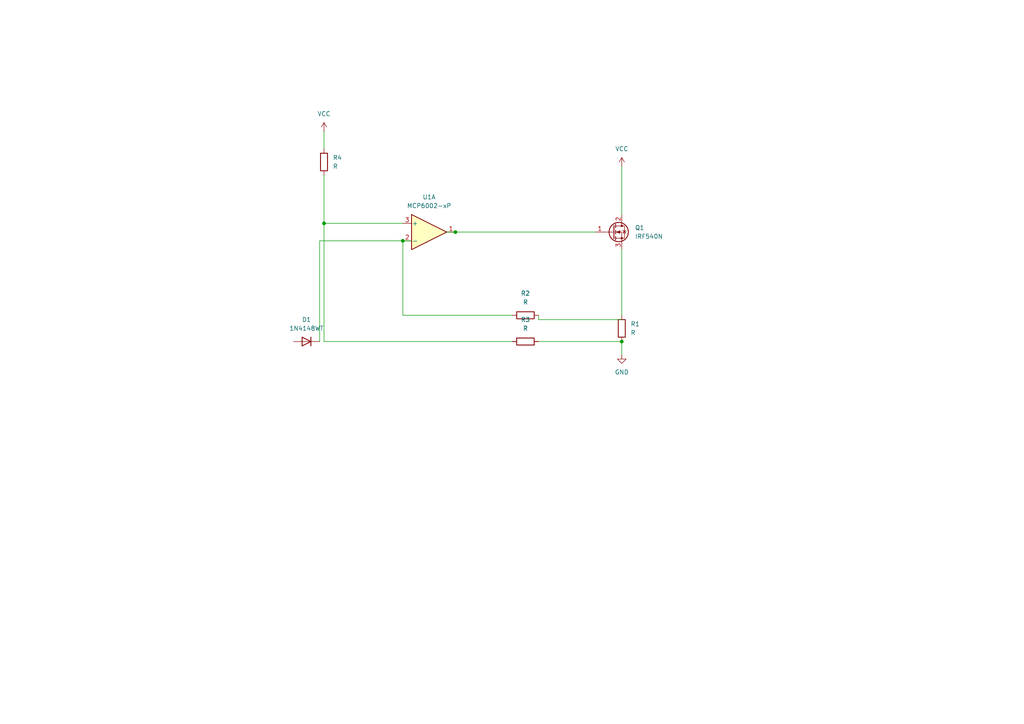
<source format=kicad_sch>
(kicad_sch (version 20231120) (generator "eeschema") (generator_version "8.0")
  (paper "A4")
  (title_block (title "spændingsdeler") (rev "ver0"))
  (lib_symbols
    (symbol "Amplifier_Operational:MCP6002-xP" (pin_names (offset 0.127))
      (property "Reference" "U" (at 0 5.08 0))
      (property "Value" "MCP6002-xP" (at 0 -5.08 0))
      (symbol "MCP6002-xP_1_1"
        (polyline (pts (xy -5.08 5.08) (xy 5.08 0) (xy -5.08 -5.08) (xy -5.08 5.08)) (stroke (width 0.254)) (fill (type background)))
        (pin output line (at 7.62 0 180) (length 2.54) (name "~") (number "1"))
        (pin input line (at -7.62 -2.54 0) (length 2.54) (name "-") (number "2"))
        (pin input line (at -7.62 2.54 0) (length 2.54) (name "+") (number "3"))
      )
      (symbol "MCP6002-xP_2_1"
        (polyline (pts (xy -5.08 5.08) (xy 5.08 0) (xy -5.08 -5.08) (xy -5.08 5.08)) (stroke (width 0.254)) (fill (type background)))
        (pin input line (at -7.62 2.54 0) (length 2.54) (name "+") (number "5"))
        (pin input line (at -7.62 -2.54 0) (length 2.54) (name "-") (number "6"))
        (pin output line (at 7.62 0 180) (length 2.54) (name "~") (number "7"))
      )
      (symbol "MCP6002-xP_3_1"
        (pin power_in line (at -2.54 -7.62 90) (length 3.81) (name "V-") (number "4"))
        (pin power_in line (at -2.54 7.62 270) (length 3.81) (name "V+") (number "8"))
      )
    )
    (symbol "Device:R" (pin_numbers hide) (pin_names (offset 0))
      (property "Reference" "R" (at 2.032 0 90))
      (property "Value" "R" (at 0 0 90))
      (symbol "R_0_1"
        (rectangle (start -1.016 -2.54) (end 1.016 2.54) (stroke (width 0.254)))
      )
      (symbol "R_1_1"
        (pin passive line (at 0 3.81 270) (length 1.27) (name "~") (number "1"))
        (pin passive line (at 0 -3.81 90) (length 1.27) (name "~") (number "2"))
      )
    )
    (symbol "Diode:1N4148WT" (pin_numbers hide) (pin_names hide)
      (property "Reference" "D" (at 0 2.54 0))
      (property "Value" "1N4148WT" (at 0 -2.54 0))
      (symbol "1N4148WT_0_1"
        (polyline (pts (xy -1.27 1.27) (xy -1.27 -1.27)) (stroke (width 0.254)))
        (polyline (pts (xy 1.27 0) (xy -1.27 0)))
        (polyline (pts (xy 1.27 1.27) (xy 1.27 -1.27) (xy -1.27 0) (xy 1.27 1.27)) (stroke (width 0.254)))
      )
      (symbol "1N4148WT_1_1"
        (pin passive line (at -3.81 0 0) (length 2.54) (name "K") (number "1"))
        (pin passive line (at 3.81 0 180) (length 2.54) (name "A") (number "2"))
      )
    )
    (symbol "Transistor_FET:IRF540N" (pin_names hide)
      (property "Reference" "Q" (at 5.08 1.905 0))
      (property "Value" "IRF540N" (at 5.08 0 0))
      (symbol "IRF540N_0_1"
        (polyline (pts (xy 0.254 0) (xy -2.54 0)))
        (polyline (pts (xy 0.254 1.905) (xy 0.254 -1.905)) (stroke (width 0.254)))
        (polyline (pts (xy 0.762 -1.27) (xy 0.762 -2.286)) (stroke (width 0.254)))
        (polyline (pts (xy 0.762 0.508) (xy 0.762 -0.508)) (stroke (width 0.254)))
        (polyline (pts (xy 0.762 2.286) (xy 0.762 1.27)) (stroke (width 0.254)))
        (polyline (pts (xy 2.54 2.54) (xy 2.54 1.778)))
        (polyline (pts (xy 2.54 -2.54) (xy 2.54 0) (xy 0.762 0)))
        (polyline (pts (xy 0.762 -1.778) (xy 3.302 -1.778) (xy 3.302 1.778) (xy 0.762 1.778)))
        (polyline (pts (xy 1.016 0) (xy 2.032 0.381) (xy 2.032 -0.381) (xy 1.016 0)) (fill (type outline)))
        (polyline (pts (xy 2.794 0.508) (xy 2.921 0.381) (xy 3.683 0.381) (xy 3.81 0.254)))
        (polyline (pts (xy 3.302 0.381) (xy 2.921 -0.254) (xy 3.683 -0.254) (xy 3.302 0.381)))
        (circle (center 1.651 0) (radius 2.794) (stroke (width 0.254)))
        (circle (center 2.54 -1.778) (radius 0.254) (fill (type outline)))
        (circle (center 2.54 1.778) (radius 0.254) (fill (type outline)))
      )
      (symbol "IRF540N_1_1"
        (pin input line (at -5.08 0 0) (length 2.54) (name "G") (number "1"))
        (pin passive line (at 2.54 5.08 270) (length 2.54) (name "D") (number "2"))
        (pin passive line (at 2.54 -5.08 90) (length 2.54) (name "S") (number "3"))
      )
    )
    (symbol "power:GND" (power) (pin_numbers hide) (pin_names (offset 0) hide)
      (property "Value" "GND" (at 0 -3.81 0))
      (symbol "GND_0_1"
        (polyline (pts (xy 0 0) (xy 0 -1.27) (xy 1.27 -1.27) (xy 0 -2.54) (xy -1.27 -1.27) (xy 0 -1.27)))
      )
      (symbol "GND_1_1"
        (pin power_in line (at 0 0 270) (length 0) (name "~") (number "1"))
      )
    )
    (symbol "power:VCC" (power) (pin_numbers hide) (pin_names (offset 0) hide)
      (property "Value" "VCC" (at 0 3.556 0))
      (symbol "VCC_0_1"
        (polyline (pts (xy -0.762 1.27) (xy 0 2.54)))
        (polyline (pts (xy 0 0) (xy 0 2.54)))
        (polyline (pts (xy 0 2.54) (xy 0.762 1.27)))
      )
      (symbol "VCC_1_1"
        (pin power_in line (at 0 0 90) (length 0) (name "~") (number "1"))
      )
    )
  )
  (junction (at 132.08 67.31))
  (junction (at 116.84 69.85))
  (junction (at 93.98 64.77))
  (junction (at 180.34 99.06))
  (wire (pts (xy 132.08 67.31) (xy 172.72 67.31)))
  (wire (pts (xy 93.98 99.06) (xy 93.98 64.77)))
  (wire (pts (xy 119.38 69.85) (xy 116.84 69.85)))
  (wire (pts (xy 156.21 99.06) (xy 180.34 99.06)))
  (wire (pts (xy 116.84 69.85) (xy 92.71 69.85)))
  (wire (pts (xy 148.59 99.06) (xy 93.98 99.06)))
  (wire (pts (xy 116.84 91.44) (xy 116.84 69.85)))
  (wire (pts (xy 148.59 91.44) (xy 116.84 91.44)))
  (wire (pts (xy 129.54 67.31) (xy 132.08 67.31)))
  (wire (pts (xy 93.98 64.77) (xy 116.84 64.77)))
  (wire (pts (xy 180.34 92.71) (xy 156.21 92.71)))
  (wire (pts (xy 93.98 64.77) (xy 93.98 50.8)))
  (wire (pts (xy 180.34 99.06) (xy 180.34 102.87)))
  (wire (pts (xy 180.34 72.39) (xy 180.34 91.44)))
  (wire (pts (xy 180.34 48.26) (xy 180.34 62.23)))
  (wire (pts (xy 93.98 38.1) (xy 93.98 43.18)))
  (wire (pts (xy 92.71 69.85) (xy 92.71 99.06)))
  (wire (pts (xy 156.21 92.71) (xy 156.21 91.44)))
  (symbol (lib_id "Device:R") (at 93.98 46.99 180) (unit 1)
    (property "Reference" "R4" (at 96.52 45.7199 0) (effects (justify right)))
    (property "Value" "R" (at 96.52 48.2599 0) (effects (justify right)))
    (property "Footprint" "Resistor_THT:R_Axial_DIN0207_L6.3mm_D2.5mm_P7.62mm_Horizontal" (effects (hide yes)))
    (property "Description" "Resistor" (effects (hide yes)))
  )
  (symbol (lib_id "power:VCC") (at 93.98 38.1 0) (unit 1)
    (property "Reference" "#PWR02" (effects (hide yes)))
    (property "Value" "VCC" (at 93.98 33.02 0))
    (property "Description" "Power symbol creates a global label with name \"VCC\"" (effects (hide yes)))
  )
  (symbol (lib_id "Amplifier_Operational:MCP6002-xP") (at 124.46 67.31 0) (unit 1)
    (property "Reference" "U1" (at 124.46 57.15 0))
    (property "Value" "MCP6002-xP" (at 124.46 59.69 0))
    (property "Footprint" "Package_DIP:CERDIP-8_W7.62mm_SideBrazed_Socket" (effects (hide yes)))
    (property "Datasheet" "http://ww1.microchip.com/downloads/en/DeviceDoc/21733j.pdf" (effects (hide yes)))
    (property "Description" "1MHz, Low-Power Op Amp, DIP-8" (effects (hide yes)))
  )
  (symbol (lib_id "Device:R") (at 152.4 99.06 90) (unit 1)
    (property "Reference" "R3" (at 152.4 92.71 90))
    (property "Value" "R" (at 152.4 95.25 90))
    (property "Footprint" "Resistor_THT:R_Axial_DIN0207_L6.3mm_D2.5mm_P7.62mm_Horizontal" (effects (hide yes)))
    (property "Description" "Resistor" (effects (hide yes)))
  )
  (symbol (lib_id "Diode:1N4148WT") (at 88.9 99.06 180) (unit 1)
    (property "Reference" "D1" (at 88.9 92.71 0))
    (property "Value" "1N4148WT" (at 88.9 95.25 0))
    (property "Footprint" "Diode_SMD:D_SOD-523" (effects (hide yes)))
    (property "Datasheet" "https://www.diodes.com/assets/Datasheets/ds30396.pdf" (effects (hide yes)))
    (property "Description" "75V 0.15A Fast switching Diode, SOD-523" (effects (hide yes)))
    (property "Sim.Device" "D" (effects (hide yes)))
    (property "Sim.Pins" "1=K 2=A" (effects (hide yes)))
  )
  (symbol (lib_id "Transistor_FET:IRF540N") (at 177.8 67.31 0) (unit 1)
    (property "Reference" "Q1" (at 184.15 66.0399 0) (effects (justify left)))
    (property "Value" "IRF540N" (at 184.15 68.5799 0) (effects (justify left)))
    (property "Footprint" "Package_TO_SOT_THT:TO-220-3_Vertical" (effects (hide yes)))
    (property "Datasheet" "http://www.irf.com/product-info/datasheets/data/irf540n.pdf" (effects (hide yes)))
    (property "Description" "33A Id, 100V Vds, HEXFET N-Channel MOSFET, TO-220" (effects (hide yes)))
  )
  (symbol (lib_id "power:VCC") (at 180.34 48.26 0) (unit 1)
    (property "Reference" "#PWR01" (effects (hide yes)))
    (property "Value" "VCC" (at 180.34 43.18 0))
    (property "Description" "Power symbol creates a global label with name \"VCC\"" (effects (hide yes)))
  )
  (symbol (lib_id "Device:R") (at 180.34 95.25 0) (unit 1)
    (property "Reference" "R1" (at 182.88 93.9799 0) (effects (justify left)))
    (property "Value" "R" (at 182.88 96.5199 0) (effects (justify left)))
    (property "Footprint" "Resistor_THT:R_Axial_DIN0207_L6.3mm_D2.5mm_P7.62mm_Horizontal" (effects (hide yes)))
    (property "Description" "Resistor" (effects (hide yes)))
  )
  (symbol (lib_id "Device:R") (at 152.4 91.44 90) (unit 1)
    (property "Reference" "R2" (at 152.4 85.09 90))
    (property "Value" "R" (at 152.4 87.63 90))
    (property "Footprint" "Resistor_THT:R_Axial_DIN0207_L6.3mm_D2.5mm_P7.62mm_Horizontal" (effects (hide yes)))
    (property "Description" "Resistor" (effects (hide yes)))
  )
  (symbol (lib_id "power:GND") (at 180.34 102.87 0) (unit 1)
    (property "Reference" "#PWR03" (effects (hide yes)))
    (property "Value" "GND" (at 180.34 107.95 0))
    (property "Description" "Power symbol creates a global label with name \"GND\" , ground" (effects (hide yes)))
  )
)
</source>
